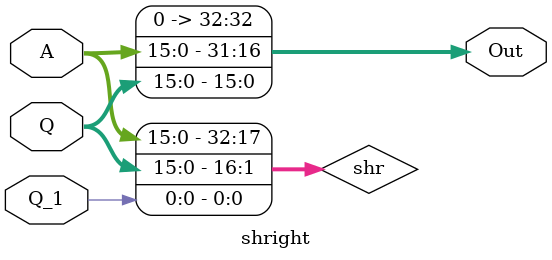
<source format=v>
module shright(A,Q,Q_1,Out);
  input Q_1;
  input[15:0] A,Q;
  output[32:0] Out;
  
  wire[32:0] shr;
  assign shr={A,Q,Q_1};
  assign Out=shr>>>1;
endmodule

</source>
